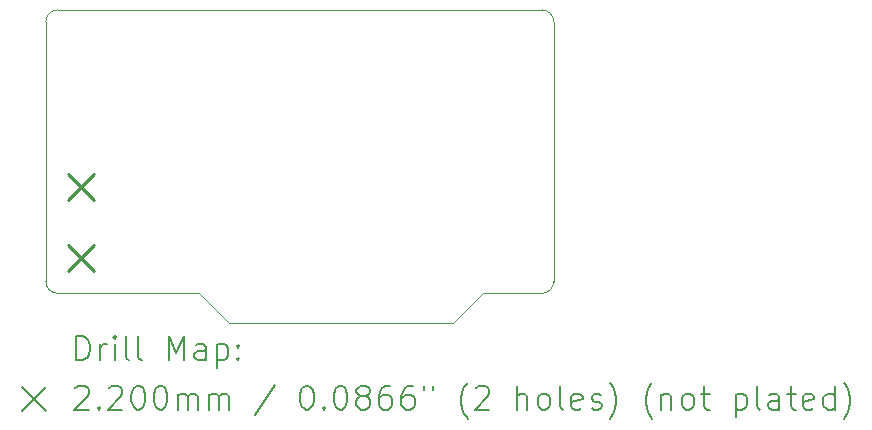
<source format=gbr>
%TF.GenerationSoftware,KiCad,Pcbnew,9.0.1*%
%TF.CreationDate,2025-06-14T22:11:51+02:00*%
%TF.ProjectId,PUTM_EV_CART_INDICATOR,5055544d-5f45-4565-9f43-4152545f494e,rev?*%
%TF.SameCoordinates,Original*%
%TF.FileFunction,Drillmap*%
%TF.FilePolarity,Positive*%
%FSLAX45Y45*%
G04 Gerber Fmt 4.5, Leading zero omitted, Abs format (unit mm)*
G04 Created by KiCad (PCBNEW 9.0.1) date 2025-06-14 22:11:51*
%MOMM*%
%LPD*%
G01*
G04 APERTURE LIST*
%ADD10C,0.050000*%
%ADD11C,0.200000*%
%ADD12C,0.220000*%
G04 APERTURE END LIST*
D10*
X8200000Y-6000000D02*
X8200000Y-8200000D01*
X9750000Y-8550000D02*
X11650000Y-8550000D01*
X12400000Y-5900000D02*
X8300000Y-5900000D01*
X8200000Y-6000000D02*
G75*
G02*
X8300000Y-5900000I100000J0D01*
G01*
X12500000Y-6000000D02*
X12500000Y-8200000D01*
X8300000Y-8300000D02*
X9500000Y-8300000D01*
X11900000Y-8300000D02*
X11650000Y-8550000D01*
X12500000Y-8200000D02*
G75*
G02*
X12400000Y-8300000I-100000J0D01*
G01*
X9500000Y-8300000D02*
X9750000Y-8550000D01*
X12400000Y-5900000D02*
G75*
G02*
X12500000Y-6000000I0J-100000D01*
G01*
X8300000Y-8300000D02*
G75*
G02*
X8200000Y-8200000I0J100000D01*
G01*
X12400000Y-8300000D02*
X11900000Y-8300000D01*
D11*
D12*
X8390000Y-7290000D02*
X8610000Y-7510000D01*
X8610000Y-7290000D02*
X8390000Y-7510000D01*
X8390000Y-7890000D02*
X8610000Y-8110000D01*
X8610000Y-7890000D02*
X8390000Y-8110000D01*
D11*
X8458277Y-8863984D02*
X8458277Y-8663984D01*
X8458277Y-8663984D02*
X8505896Y-8663984D01*
X8505896Y-8663984D02*
X8534467Y-8673508D01*
X8534467Y-8673508D02*
X8553515Y-8692555D01*
X8553515Y-8692555D02*
X8563039Y-8711603D01*
X8563039Y-8711603D02*
X8572563Y-8749698D01*
X8572563Y-8749698D02*
X8572563Y-8778270D01*
X8572563Y-8778270D02*
X8563039Y-8816365D01*
X8563039Y-8816365D02*
X8553515Y-8835412D01*
X8553515Y-8835412D02*
X8534467Y-8854460D01*
X8534467Y-8854460D02*
X8505896Y-8863984D01*
X8505896Y-8863984D02*
X8458277Y-8863984D01*
X8658277Y-8863984D02*
X8658277Y-8730650D01*
X8658277Y-8768746D02*
X8667801Y-8749698D01*
X8667801Y-8749698D02*
X8677324Y-8740174D01*
X8677324Y-8740174D02*
X8696372Y-8730650D01*
X8696372Y-8730650D02*
X8715420Y-8730650D01*
X8782086Y-8863984D02*
X8782086Y-8730650D01*
X8782086Y-8663984D02*
X8772563Y-8673508D01*
X8772563Y-8673508D02*
X8782086Y-8683031D01*
X8782086Y-8683031D02*
X8791610Y-8673508D01*
X8791610Y-8673508D02*
X8782086Y-8663984D01*
X8782086Y-8663984D02*
X8782086Y-8683031D01*
X8905896Y-8863984D02*
X8886848Y-8854460D01*
X8886848Y-8854460D02*
X8877324Y-8835412D01*
X8877324Y-8835412D02*
X8877324Y-8663984D01*
X9010658Y-8863984D02*
X8991610Y-8854460D01*
X8991610Y-8854460D02*
X8982086Y-8835412D01*
X8982086Y-8835412D02*
X8982086Y-8663984D01*
X9239229Y-8863984D02*
X9239229Y-8663984D01*
X9239229Y-8663984D02*
X9305896Y-8806841D01*
X9305896Y-8806841D02*
X9372563Y-8663984D01*
X9372563Y-8663984D02*
X9372563Y-8863984D01*
X9553515Y-8863984D02*
X9553515Y-8759222D01*
X9553515Y-8759222D02*
X9543991Y-8740174D01*
X9543991Y-8740174D02*
X9524944Y-8730650D01*
X9524944Y-8730650D02*
X9486848Y-8730650D01*
X9486848Y-8730650D02*
X9467801Y-8740174D01*
X9553515Y-8854460D02*
X9534467Y-8863984D01*
X9534467Y-8863984D02*
X9486848Y-8863984D01*
X9486848Y-8863984D02*
X9467801Y-8854460D01*
X9467801Y-8854460D02*
X9458277Y-8835412D01*
X9458277Y-8835412D02*
X9458277Y-8816365D01*
X9458277Y-8816365D02*
X9467801Y-8797317D01*
X9467801Y-8797317D02*
X9486848Y-8787793D01*
X9486848Y-8787793D02*
X9534467Y-8787793D01*
X9534467Y-8787793D02*
X9553515Y-8778270D01*
X9648753Y-8730650D02*
X9648753Y-8930650D01*
X9648753Y-8740174D02*
X9667801Y-8730650D01*
X9667801Y-8730650D02*
X9705896Y-8730650D01*
X9705896Y-8730650D02*
X9724944Y-8740174D01*
X9724944Y-8740174D02*
X9734467Y-8749698D01*
X9734467Y-8749698D02*
X9743991Y-8768746D01*
X9743991Y-8768746D02*
X9743991Y-8825889D01*
X9743991Y-8825889D02*
X9734467Y-8844936D01*
X9734467Y-8844936D02*
X9724944Y-8854460D01*
X9724944Y-8854460D02*
X9705896Y-8863984D01*
X9705896Y-8863984D02*
X9667801Y-8863984D01*
X9667801Y-8863984D02*
X9648753Y-8854460D01*
X9829705Y-8844936D02*
X9839229Y-8854460D01*
X9839229Y-8854460D02*
X9829705Y-8863984D01*
X9829705Y-8863984D02*
X9820182Y-8854460D01*
X9820182Y-8854460D02*
X9829705Y-8844936D01*
X9829705Y-8844936D02*
X9829705Y-8863984D01*
X9829705Y-8740174D02*
X9839229Y-8749698D01*
X9839229Y-8749698D02*
X9829705Y-8759222D01*
X9829705Y-8759222D02*
X9820182Y-8749698D01*
X9820182Y-8749698D02*
X9829705Y-8740174D01*
X9829705Y-8740174D02*
X9829705Y-8759222D01*
X7997500Y-9092500D02*
X8197500Y-9292500D01*
X8197500Y-9092500D02*
X7997500Y-9292500D01*
X8448753Y-9103031D02*
X8458277Y-9093508D01*
X8458277Y-9093508D02*
X8477324Y-9083984D01*
X8477324Y-9083984D02*
X8524944Y-9083984D01*
X8524944Y-9083984D02*
X8543991Y-9093508D01*
X8543991Y-9093508D02*
X8553515Y-9103031D01*
X8553515Y-9103031D02*
X8563039Y-9122079D01*
X8563039Y-9122079D02*
X8563039Y-9141127D01*
X8563039Y-9141127D02*
X8553515Y-9169698D01*
X8553515Y-9169698D02*
X8439229Y-9283984D01*
X8439229Y-9283984D02*
X8563039Y-9283984D01*
X8648753Y-9264936D02*
X8658277Y-9274460D01*
X8658277Y-9274460D02*
X8648753Y-9283984D01*
X8648753Y-9283984D02*
X8639229Y-9274460D01*
X8639229Y-9274460D02*
X8648753Y-9264936D01*
X8648753Y-9264936D02*
X8648753Y-9283984D01*
X8734467Y-9103031D02*
X8743991Y-9093508D01*
X8743991Y-9093508D02*
X8763039Y-9083984D01*
X8763039Y-9083984D02*
X8810658Y-9083984D01*
X8810658Y-9083984D02*
X8829705Y-9093508D01*
X8829705Y-9093508D02*
X8839229Y-9103031D01*
X8839229Y-9103031D02*
X8848753Y-9122079D01*
X8848753Y-9122079D02*
X8848753Y-9141127D01*
X8848753Y-9141127D02*
X8839229Y-9169698D01*
X8839229Y-9169698D02*
X8724944Y-9283984D01*
X8724944Y-9283984D02*
X8848753Y-9283984D01*
X8972563Y-9083984D02*
X8991610Y-9083984D01*
X8991610Y-9083984D02*
X9010658Y-9093508D01*
X9010658Y-9093508D02*
X9020182Y-9103031D01*
X9020182Y-9103031D02*
X9029705Y-9122079D01*
X9029705Y-9122079D02*
X9039229Y-9160174D01*
X9039229Y-9160174D02*
X9039229Y-9207793D01*
X9039229Y-9207793D02*
X9029705Y-9245889D01*
X9029705Y-9245889D02*
X9020182Y-9264936D01*
X9020182Y-9264936D02*
X9010658Y-9274460D01*
X9010658Y-9274460D02*
X8991610Y-9283984D01*
X8991610Y-9283984D02*
X8972563Y-9283984D01*
X8972563Y-9283984D02*
X8953515Y-9274460D01*
X8953515Y-9274460D02*
X8943991Y-9264936D01*
X8943991Y-9264936D02*
X8934467Y-9245889D01*
X8934467Y-9245889D02*
X8924944Y-9207793D01*
X8924944Y-9207793D02*
X8924944Y-9160174D01*
X8924944Y-9160174D02*
X8934467Y-9122079D01*
X8934467Y-9122079D02*
X8943991Y-9103031D01*
X8943991Y-9103031D02*
X8953515Y-9093508D01*
X8953515Y-9093508D02*
X8972563Y-9083984D01*
X9163039Y-9083984D02*
X9182086Y-9083984D01*
X9182086Y-9083984D02*
X9201134Y-9093508D01*
X9201134Y-9093508D02*
X9210658Y-9103031D01*
X9210658Y-9103031D02*
X9220182Y-9122079D01*
X9220182Y-9122079D02*
X9229705Y-9160174D01*
X9229705Y-9160174D02*
X9229705Y-9207793D01*
X9229705Y-9207793D02*
X9220182Y-9245889D01*
X9220182Y-9245889D02*
X9210658Y-9264936D01*
X9210658Y-9264936D02*
X9201134Y-9274460D01*
X9201134Y-9274460D02*
X9182086Y-9283984D01*
X9182086Y-9283984D02*
X9163039Y-9283984D01*
X9163039Y-9283984D02*
X9143991Y-9274460D01*
X9143991Y-9274460D02*
X9134467Y-9264936D01*
X9134467Y-9264936D02*
X9124944Y-9245889D01*
X9124944Y-9245889D02*
X9115420Y-9207793D01*
X9115420Y-9207793D02*
X9115420Y-9160174D01*
X9115420Y-9160174D02*
X9124944Y-9122079D01*
X9124944Y-9122079D02*
X9134467Y-9103031D01*
X9134467Y-9103031D02*
X9143991Y-9093508D01*
X9143991Y-9093508D02*
X9163039Y-9083984D01*
X9315420Y-9283984D02*
X9315420Y-9150650D01*
X9315420Y-9169698D02*
X9324944Y-9160174D01*
X9324944Y-9160174D02*
X9343991Y-9150650D01*
X9343991Y-9150650D02*
X9372563Y-9150650D01*
X9372563Y-9150650D02*
X9391610Y-9160174D01*
X9391610Y-9160174D02*
X9401134Y-9179222D01*
X9401134Y-9179222D02*
X9401134Y-9283984D01*
X9401134Y-9179222D02*
X9410658Y-9160174D01*
X9410658Y-9160174D02*
X9429705Y-9150650D01*
X9429705Y-9150650D02*
X9458277Y-9150650D01*
X9458277Y-9150650D02*
X9477325Y-9160174D01*
X9477325Y-9160174D02*
X9486848Y-9179222D01*
X9486848Y-9179222D02*
X9486848Y-9283984D01*
X9582086Y-9283984D02*
X9582086Y-9150650D01*
X9582086Y-9169698D02*
X9591610Y-9160174D01*
X9591610Y-9160174D02*
X9610658Y-9150650D01*
X9610658Y-9150650D02*
X9639229Y-9150650D01*
X9639229Y-9150650D02*
X9658277Y-9160174D01*
X9658277Y-9160174D02*
X9667801Y-9179222D01*
X9667801Y-9179222D02*
X9667801Y-9283984D01*
X9667801Y-9179222D02*
X9677325Y-9160174D01*
X9677325Y-9160174D02*
X9696372Y-9150650D01*
X9696372Y-9150650D02*
X9724944Y-9150650D01*
X9724944Y-9150650D02*
X9743991Y-9160174D01*
X9743991Y-9160174D02*
X9753515Y-9179222D01*
X9753515Y-9179222D02*
X9753515Y-9283984D01*
X10143991Y-9074460D02*
X9972563Y-9331603D01*
X10401134Y-9083984D02*
X10420182Y-9083984D01*
X10420182Y-9083984D02*
X10439229Y-9093508D01*
X10439229Y-9093508D02*
X10448753Y-9103031D01*
X10448753Y-9103031D02*
X10458277Y-9122079D01*
X10458277Y-9122079D02*
X10467801Y-9160174D01*
X10467801Y-9160174D02*
X10467801Y-9207793D01*
X10467801Y-9207793D02*
X10458277Y-9245889D01*
X10458277Y-9245889D02*
X10448753Y-9264936D01*
X10448753Y-9264936D02*
X10439229Y-9274460D01*
X10439229Y-9274460D02*
X10420182Y-9283984D01*
X10420182Y-9283984D02*
X10401134Y-9283984D01*
X10401134Y-9283984D02*
X10382087Y-9274460D01*
X10382087Y-9274460D02*
X10372563Y-9264936D01*
X10372563Y-9264936D02*
X10363039Y-9245889D01*
X10363039Y-9245889D02*
X10353515Y-9207793D01*
X10353515Y-9207793D02*
X10353515Y-9160174D01*
X10353515Y-9160174D02*
X10363039Y-9122079D01*
X10363039Y-9122079D02*
X10372563Y-9103031D01*
X10372563Y-9103031D02*
X10382087Y-9093508D01*
X10382087Y-9093508D02*
X10401134Y-9083984D01*
X10553515Y-9264936D02*
X10563039Y-9274460D01*
X10563039Y-9274460D02*
X10553515Y-9283984D01*
X10553515Y-9283984D02*
X10543991Y-9274460D01*
X10543991Y-9274460D02*
X10553515Y-9264936D01*
X10553515Y-9264936D02*
X10553515Y-9283984D01*
X10686848Y-9083984D02*
X10705896Y-9083984D01*
X10705896Y-9083984D02*
X10724944Y-9093508D01*
X10724944Y-9093508D02*
X10734468Y-9103031D01*
X10734468Y-9103031D02*
X10743991Y-9122079D01*
X10743991Y-9122079D02*
X10753515Y-9160174D01*
X10753515Y-9160174D02*
X10753515Y-9207793D01*
X10753515Y-9207793D02*
X10743991Y-9245889D01*
X10743991Y-9245889D02*
X10734468Y-9264936D01*
X10734468Y-9264936D02*
X10724944Y-9274460D01*
X10724944Y-9274460D02*
X10705896Y-9283984D01*
X10705896Y-9283984D02*
X10686848Y-9283984D01*
X10686848Y-9283984D02*
X10667801Y-9274460D01*
X10667801Y-9274460D02*
X10658277Y-9264936D01*
X10658277Y-9264936D02*
X10648753Y-9245889D01*
X10648753Y-9245889D02*
X10639229Y-9207793D01*
X10639229Y-9207793D02*
X10639229Y-9160174D01*
X10639229Y-9160174D02*
X10648753Y-9122079D01*
X10648753Y-9122079D02*
X10658277Y-9103031D01*
X10658277Y-9103031D02*
X10667801Y-9093508D01*
X10667801Y-9093508D02*
X10686848Y-9083984D01*
X10867801Y-9169698D02*
X10848753Y-9160174D01*
X10848753Y-9160174D02*
X10839229Y-9150650D01*
X10839229Y-9150650D02*
X10829706Y-9131603D01*
X10829706Y-9131603D02*
X10829706Y-9122079D01*
X10829706Y-9122079D02*
X10839229Y-9103031D01*
X10839229Y-9103031D02*
X10848753Y-9093508D01*
X10848753Y-9093508D02*
X10867801Y-9083984D01*
X10867801Y-9083984D02*
X10905896Y-9083984D01*
X10905896Y-9083984D02*
X10924944Y-9093508D01*
X10924944Y-9093508D02*
X10934468Y-9103031D01*
X10934468Y-9103031D02*
X10943991Y-9122079D01*
X10943991Y-9122079D02*
X10943991Y-9131603D01*
X10943991Y-9131603D02*
X10934468Y-9150650D01*
X10934468Y-9150650D02*
X10924944Y-9160174D01*
X10924944Y-9160174D02*
X10905896Y-9169698D01*
X10905896Y-9169698D02*
X10867801Y-9169698D01*
X10867801Y-9169698D02*
X10848753Y-9179222D01*
X10848753Y-9179222D02*
X10839229Y-9188746D01*
X10839229Y-9188746D02*
X10829706Y-9207793D01*
X10829706Y-9207793D02*
X10829706Y-9245889D01*
X10829706Y-9245889D02*
X10839229Y-9264936D01*
X10839229Y-9264936D02*
X10848753Y-9274460D01*
X10848753Y-9274460D02*
X10867801Y-9283984D01*
X10867801Y-9283984D02*
X10905896Y-9283984D01*
X10905896Y-9283984D02*
X10924944Y-9274460D01*
X10924944Y-9274460D02*
X10934468Y-9264936D01*
X10934468Y-9264936D02*
X10943991Y-9245889D01*
X10943991Y-9245889D02*
X10943991Y-9207793D01*
X10943991Y-9207793D02*
X10934468Y-9188746D01*
X10934468Y-9188746D02*
X10924944Y-9179222D01*
X10924944Y-9179222D02*
X10905896Y-9169698D01*
X11115420Y-9083984D02*
X11077325Y-9083984D01*
X11077325Y-9083984D02*
X11058277Y-9093508D01*
X11058277Y-9093508D02*
X11048753Y-9103031D01*
X11048753Y-9103031D02*
X11029706Y-9131603D01*
X11029706Y-9131603D02*
X11020182Y-9169698D01*
X11020182Y-9169698D02*
X11020182Y-9245889D01*
X11020182Y-9245889D02*
X11029706Y-9264936D01*
X11029706Y-9264936D02*
X11039229Y-9274460D01*
X11039229Y-9274460D02*
X11058277Y-9283984D01*
X11058277Y-9283984D02*
X11096372Y-9283984D01*
X11096372Y-9283984D02*
X11115420Y-9274460D01*
X11115420Y-9274460D02*
X11124944Y-9264936D01*
X11124944Y-9264936D02*
X11134468Y-9245889D01*
X11134468Y-9245889D02*
X11134468Y-9198270D01*
X11134468Y-9198270D02*
X11124944Y-9179222D01*
X11124944Y-9179222D02*
X11115420Y-9169698D01*
X11115420Y-9169698D02*
X11096372Y-9160174D01*
X11096372Y-9160174D02*
X11058277Y-9160174D01*
X11058277Y-9160174D02*
X11039229Y-9169698D01*
X11039229Y-9169698D02*
X11029706Y-9179222D01*
X11029706Y-9179222D02*
X11020182Y-9198270D01*
X11305896Y-9083984D02*
X11267801Y-9083984D01*
X11267801Y-9083984D02*
X11248753Y-9093508D01*
X11248753Y-9093508D02*
X11239229Y-9103031D01*
X11239229Y-9103031D02*
X11220182Y-9131603D01*
X11220182Y-9131603D02*
X11210658Y-9169698D01*
X11210658Y-9169698D02*
X11210658Y-9245889D01*
X11210658Y-9245889D02*
X11220182Y-9264936D01*
X11220182Y-9264936D02*
X11229706Y-9274460D01*
X11229706Y-9274460D02*
X11248753Y-9283984D01*
X11248753Y-9283984D02*
X11286848Y-9283984D01*
X11286848Y-9283984D02*
X11305896Y-9274460D01*
X11305896Y-9274460D02*
X11315420Y-9264936D01*
X11315420Y-9264936D02*
X11324944Y-9245889D01*
X11324944Y-9245889D02*
X11324944Y-9198270D01*
X11324944Y-9198270D02*
X11315420Y-9179222D01*
X11315420Y-9179222D02*
X11305896Y-9169698D01*
X11305896Y-9169698D02*
X11286848Y-9160174D01*
X11286848Y-9160174D02*
X11248753Y-9160174D01*
X11248753Y-9160174D02*
X11229706Y-9169698D01*
X11229706Y-9169698D02*
X11220182Y-9179222D01*
X11220182Y-9179222D02*
X11210658Y-9198270D01*
X11401134Y-9083984D02*
X11401134Y-9122079D01*
X11477325Y-9083984D02*
X11477325Y-9122079D01*
X11772563Y-9360174D02*
X11763039Y-9350650D01*
X11763039Y-9350650D02*
X11743991Y-9322079D01*
X11743991Y-9322079D02*
X11734468Y-9303031D01*
X11734468Y-9303031D02*
X11724944Y-9274460D01*
X11724944Y-9274460D02*
X11715420Y-9226841D01*
X11715420Y-9226841D02*
X11715420Y-9188746D01*
X11715420Y-9188746D02*
X11724944Y-9141127D01*
X11724944Y-9141127D02*
X11734468Y-9112555D01*
X11734468Y-9112555D02*
X11743991Y-9093508D01*
X11743991Y-9093508D02*
X11763039Y-9064936D01*
X11763039Y-9064936D02*
X11772563Y-9055412D01*
X11839229Y-9103031D02*
X11848753Y-9093508D01*
X11848753Y-9093508D02*
X11867801Y-9083984D01*
X11867801Y-9083984D02*
X11915420Y-9083984D01*
X11915420Y-9083984D02*
X11934468Y-9093508D01*
X11934468Y-9093508D02*
X11943991Y-9103031D01*
X11943991Y-9103031D02*
X11953515Y-9122079D01*
X11953515Y-9122079D02*
X11953515Y-9141127D01*
X11953515Y-9141127D02*
X11943991Y-9169698D01*
X11943991Y-9169698D02*
X11829706Y-9283984D01*
X11829706Y-9283984D02*
X11953515Y-9283984D01*
X12191610Y-9283984D02*
X12191610Y-9083984D01*
X12277325Y-9283984D02*
X12277325Y-9179222D01*
X12277325Y-9179222D02*
X12267801Y-9160174D01*
X12267801Y-9160174D02*
X12248753Y-9150650D01*
X12248753Y-9150650D02*
X12220182Y-9150650D01*
X12220182Y-9150650D02*
X12201134Y-9160174D01*
X12201134Y-9160174D02*
X12191610Y-9169698D01*
X12401134Y-9283984D02*
X12382087Y-9274460D01*
X12382087Y-9274460D02*
X12372563Y-9264936D01*
X12372563Y-9264936D02*
X12363039Y-9245889D01*
X12363039Y-9245889D02*
X12363039Y-9188746D01*
X12363039Y-9188746D02*
X12372563Y-9169698D01*
X12372563Y-9169698D02*
X12382087Y-9160174D01*
X12382087Y-9160174D02*
X12401134Y-9150650D01*
X12401134Y-9150650D02*
X12429706Y-9150650D01*
X12429706Y-9150650D02*
X12448753Y-9160174D01*
X12448753Y-9160174D02*
X12458277Y-9169698D01*
X12458277Y-9169698D02*
X12467801Y-9188746D01*
X12467801Y-9188746D02*
X12467801Y-9245889D01*
X12467801Y-9245889D02*
X12458277Y-9264936D01*
X12458277Y-9264936D02*
X12448753Y-9274460D01*
X12448753Y-9274460D02*
X12429706Y-9283984D01*
X12429706Y-9283984D02*
X12401134Y-9283984D01*
X12582087Y-9283984D02*
X12563039Y-9274460D01*
X12563039Y-9274460D02*
X12553515Y-9255412D01*
X12553515Y-9255412D02*
X12553515Y-9083984D01*
X12734468Y-9274460D02*
X12715420Y-9283984D01*
X12715420Y-9283984D02*
X12677325Y-9283984D01*
X12677325Y-9283984D02*
X12658277Y-9274460D01*
X12658277Y-9274460D02*
X12648753Y-9255412D01*
X12648753Y-9255412D02*
X12648753Y-9179222D01*
X12648753Y-9179222D02*
X12658277Y-9160174D01*
X12658277Y-9160174D02*
X12677325Y-9150650D01*
X12677325Y-9150650D02*
X12715420Y-9150650D01*
X12715420Y-9150650D02*
X12734468Y-9160174D01*
X12734468Y-9160174D02*
X12743991Y-9179222D01*
X12743991Y-9179222D02*
X12743991Y-9198270D01*
X12743991Y-9198270D02*
X12648753Y-9217317D01*
X12820182Y-9274460D02*
X12839230Y-9283984D01*
X12839230Y-9283984D02*
X12877325Y-9283984D01*
X12877325Y-9283984D02*
X12896372Y-9274460D01*
X12896372Y-9274460D02*
X12905896Y-9255412D01*
X12905896Y-9255412D02*
X12905896Y-9245889D01*
X12905896Y-9245889D02*
X12896372Y-9226841D01*
X12896372Y-9226841D02*
X12877325Y-9217317D01*
X12877325Y-9217317D02*
X12848753Y-9217317D01*
X12848753Y-9217317D02*
X12829706Y-9207793D01*
X12829706Y-9207793D02*
X12820182Y-9188746D01*
X12820182Y-9188746D02*
X12820182Y-9179222D01*
X12820182Y-9179222D02*
X12829706Y-9160174D01*
X12829706Y-9160174D02*
X12848753Y-9150650D01*
X12848753Y-9150650D02*
X12877325Y-9150650D01*
X12877325Y-9150650D02*
X12896372Y-9160174D01*
X12972563Y-9360174D02*
X12982087Y-9350650D01*
X12982087Y-9350650D02*
X13001134Y-9322079D01*
X13001134Y-9322079D02*
X13010658Y-9303031D01*
X13010658Y-9303031D02*
X13020182Y-9274460D01*
X13020182Y-9274460D02*
X13029706Y-9226841D01*
X13029706Y-9226841D02*
X13029706Y-9188746D01*
X13029706Y-9188746D02*
X13020182Y-9141127D01*
X13020182Y-9141127D02*
X13010658Y-9112555D01*
X13010658Y-9112555D02*
X13001134Y-9093508D01*
X13001134Y-9093508D02*
X12982087Y-9064936D01*
X12982087Y-9064936D02*
X12972563Y-9055412D01*
X13334468Y-9360174D02*
X13324944Y-9350650D01*
X13324944Y-9350650D02*
X13305896Y-9322079D01*
X13305896Y-9322079D02*
X13296372Y-9303031D01*
X13296372Y-9303031D02*
X13286849Y-9274460D01*
X13286849Y-9274460D02*
X13277325Y-9226841D01*
X13277325Y-9226841D02*
X13277325Y-9188746D01*
X13277325Y-9188746D02*
X13286849Y-9141127D01*
X13286849Y-9141127D02*
X13296372Y-9112555D01*
X13296372Y-9112555D02*
X13305896Y-9093508D01*
X13305896Y-9093508D02*
X13324944Y-9064936D01*
X13324944Y-9064936D02*
X13334468Y-9055412D01*
X13410658Y-9150650D02*
X13410658Y-9283984D01*
X13410658Y-9169698D02*
X13420182Y-9160174D01*
X13420182Y-9160174D02*
X13439230Y-9150650D01*
X13439230Y-9150650D02*
X13467801Y-9150650D01*
X13467801Y-9150650D02*
X13486849Y-9160174D01*
X13486849Y-9160174D02*
X13496372Y-9179222D01*
X13496372Y-9179222D02*
X13496372Y-9283984D01*
X13620182Y-9283984D02*
X13601134Y-9274460D01*
X13601134Y-9274460D02*
X13591611Y-9264936D01*
X13591611Y-9264936D02*
X13582087Y-9245889D01*
X13582087Y-9245889D02*
X13582087Y-9188746D01*
X13582087Y-9188746D02*
X13591611Y-9169698D01*
X13591611Y-9169698D02*
X13601134Y-9160174D01*
X13601134Y-9160174D02*
X13620182Y-9150650D01*
X13620182Y-9150650D02*
X13648753Y-9150650D01*
X13648753Y-9150650D02*
X13667801Y-9160174D01*
X13667801Y-9160174D02*
X13677325Y-9169698D01*
X13677325Y-9169698D02*
X13686849Y-9188746D01*
X13686849Y-9188746D02*
X13686849Y-9245889D01*
X13686849Y-9245889D02*
X13677325Y-9264936D01*
X13677325Y-9264936D02*
X13667801Y-9274460D01*
X13667801Y-9274460D02*
X13648753Y-9283984D01*
X13648753Y-9283984D02*
X13620182Y-9283984D01*
X13743992Y-9150650D02*
X13820182Y-9150650D01*
X13772563Y-9083984D02*
X13772563Y-9255412D01*
X13772563Y-9255412D02*
X13782087Y-9274460D01*
X13782087Y-9274460D02*
X13801134Y-9283984D01*
X13801134Y-9283984D02*
X13820182Y-9283984D01*
X14039230Y-9150650D02*
X14039230Y-9350650D01*
X14039230Y-9160174D02*
X14058277Y-9150650D01*
X14058277Y-9150650D02*
X14096373Y-9150650D01*
X14096373Y-9150650D02*
X14115420Y-9160174D01*
X14115420Y-9160174D02*
X14124944Y-9169698D01*
X14124944Y-9169698D02*
X14134468Y-9188746D01*
X14134468Y-9188746D02*
X14134468Y-9245889D01*
X14134468Y-9245889D02*
X14124944Y-9264936D01*
X14124944Y-9264936D02*
X14115420Y-9274460D01*
X14115420Y-9274460D02*
X14096373Y-9283984D01*
X14096373Y-9283984D02*
X14058277Y-9283984D01*
X14058277Y-9283984D02*
X14039230Y-9274460D01*
X14248753Y-9283984D02*
X14229706Y-9274460D01*
X14229706Y-9274460D02*
X14220182Y-9255412D01*
X14220182Y-9255412D02*
X14220182Y-9083984D01*
X14410658Y-9283984D02*
X14410658Y-9179222D01*
X14410658Y-9179222D02*
X14401134Y-9160174D01*
X14401134Y-9160174D02*
X14382087Y-9150650D01*
X14382087Y-9150650D02*
X14343992Y-9150650D01*
X14343992Y-9150650D02*
X14324944Y-9160174D01*
X14410658Y-9274460D02*
X14391611Y-9283984D01*
X14391611Y-9283984D02*
X14343992Y-9283984D01*
X14343992Y-9283984D02*
X14324944Y-9274460D01*
X14324944Y-9274460D02*
X14315420Y-9255412D01*
X14315420Y-9255412D02*
X14315420Y-9236365D01*
X14315420Y-9236365D02*
X14324944Y-9217317D01*
X14324944Y-9217317D02*
X14343992Y-9207793D01*
X14343992Y-9207793D02*
X14391611Y-9207793D01*
X14391611Y-9207793D02*
X14410658Y-9198270D01*
X14477325Y-9150650D02*
X14553515Y-9150650D01*
X14505896Y-9083984D02*
X14505896Y-9255412D01*
X14505896Y-9255412D02*
X14515420Y-9274460D01*
X14515420Y-9274460D02*
X14534468Y-9283984D01*
X14534468Y-9283984D02*
X14553515Y-9283984D01*
X14696373Y-9274460D02*
X14677325Y-9283984D01*
X14677325Y-9283984D02*
X14639230Y-9283984D01*
X14639230Y-9283984D02*
X14620182Y-9274460D01*
X14620182Y-9274460D02*
X14610658Y-9255412D01*
X14610658Y-9255412D02*
X14610658Y-9179222D01*
X14610658Y-9179222D02*
X14620182Y-9160174D01*
X14620182Y-9160174D02*
X14639230Y-9150650D01*
X14639230Y-9150650D02*
X14677325Y-9150650D01*
X14677325Y-9150650D02*
X14696373Y-9160174D01*
X14696373Y-9160174D02*
X14705896Y-9179222D01*
X14705896Y-9179222D02*
X14705896Y-9198270D01*
X14705896Y-9198270D02*
X14610658Y-9217317D01*
X14877325Y-9283984D02*
X14877325Y-9083984D01*
X14877325Y-9274460D02*
X14858277Y-9283984D01*
X14858277Y-9283984D02*
X14820182Y-9283984D01*
X14820182Y-9283984D02*
X14801134Y-9274460D01*
X14801134Y-9274460D02*
X14791611Y-9264936D01*
X14791611Y-9264936D02*
X14782087Y-9245889D01*
X14782087Y-9245889D02*
X14782087Y-9188746D01*
X14782087Y-9188746D02*
X14791611Y-9169698D01*
X14791611Y-9169698D02*
X14801134Y-9160174D01*
X14801134Y-9160174D02*
X14820182Y-9150650D01*
X14820182Y-9150650D02*
X14858277Y-9150650D01*
X14858277Y-9150650D02*
X14877325Y-9160174D01*
X14953515Y-9360174D02*
X14963039Y-9350650D01*
X14963039Y-9350650D02*
X14982087Y-9322079D01*
X14982087Y-9322079D02*
X14991611Y-9303031D01*
X14991611Y-9303031D02*
X15001134Y-9274460D01*
X15001134Y-9274460D02*
X15010658Y-9226841D01*
X15010658Y-9226841D02*
X15010658Y-9188746D01*
X15010658Y-9188746D02*
X15001134Y-9141127D01*
X15001134Y-9141127D02*
X14991611Y-9112555D01*
X14991611Y-9112555D02*
X14982087Y-9093508D01*
X14982087Y-9093508D02*
X14963039Y-9064936D01*
X14963039Y-9064936D02*
X14953515Y-9055412D01*
M02*

</source>
